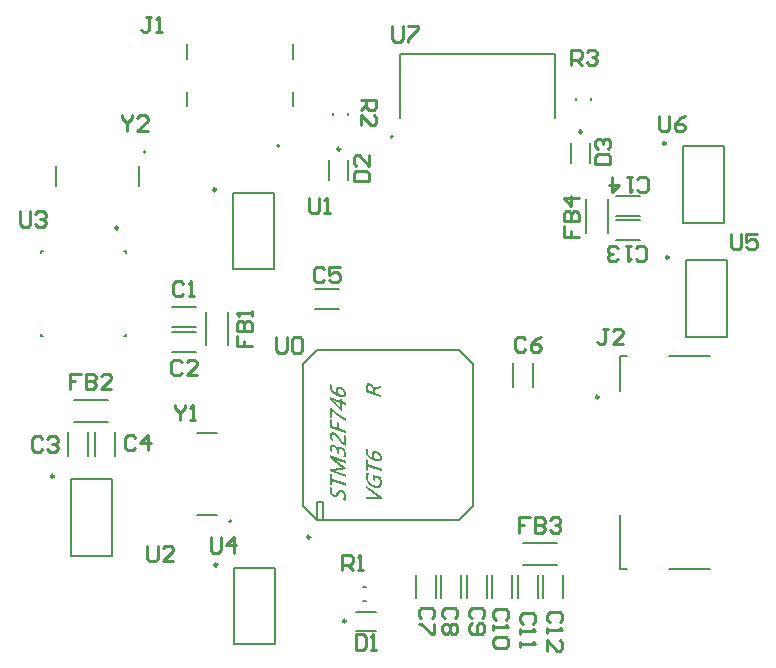
<source format=gbr>
%TF.GenerationSoftware,Altium Limited,Altium Designer,23.4.1 (23)*%
G04 Layer_Color=65535*
%FSLAX45Y45*%
%MOMM*%
%TF.SameCoordinates,1140DA37-B3DB-4B23-8321-DC1501029C55*%
%TF.FilePolarity,Positive*%
%TF.FileFunction,Legend,Top*%
%TF.Part,Single*%
G01*
G75*
%TA.AperFunction,NonConductor*%
%ADD38C,0.25400*%
%ADD47C,0.25000*%
%ADD48C,0.20000*%
%ADD49C,0.12700*%
G36*
X14337891Y4909480D02*
X14340204Y4909249D01*
X14342981Y4909017D01*
X14345988Y4908092D01*
X14349229Y4907166D01*
X14349460D01*
X14350386Y4906703D01*
X14351775Y4906241D01*
X14353394Y4905546D01*
X14355476Y4904621D01*
X14357559Y4903464D01*
X14362187Y4900687D01*
X14362418Y4900456D01*
X14363112Y4899993D01*
X14364268Y4899067D01*
X14365659Y4897910D01*
X14367278Y4896522D01*
X14369128Y4894902D01*
X14372832Y4890969D01*
X14373062Y4890737D01*
X14373524Y4890043D01*
X14374451Y4888886D01*
X14375607Y4887266D01*
X14376764Y4885647D01*
X14378152Y4883564D01*
X14380698Y4878705D01*
X14380930Y4878473D01*
X14381161Y4877548D01*
X14381854Y4876391D01*
X14382549Y4874771D01*
X14383244Y4872920D01*
X14383939Y4870837D01*
X14384462Y4869178D01*
X14384863Y4869680D01*
X14386252Y4871069D01*
X14386482Y4871300D01*
X14387408Y4872226D01*
X14389027Y4873151D01*
X14390880Y4874308D01*
X14391342Y4874540D01*
X14392499Y4875234D01*
X14394350Y4875928D01*
X14396664Y4876622D01*
X14396896D01*
X14397127Y4876854D01*
X14397821Y4877085D01*
X14398747Y4877316D01*
X14401060Y4878011D01*
X14404070Y4878936D01*
X14445490Y4889349D01*
Y4868061D01*
X14408466Y4858573D01*
X14408234D01*
X14407539Y4858342D01*
X14406847Y4858111D01*
X14405688Y4857879D01*
X14402911Y4856954D01*
X14400368Y4855797D01*
X14400134D01*
X14399672Y4855565D01*
X14398283Y4854871D01*
X14396664Y4853714D01*
X14394814Y4852326D01*
X14394350Y4851863D01*
X14393655Y4850937D01*
X14392731Y4849318D01*
X14391805Y4847467D01*
Y4847235D01*
X14391574Y4847004D01*
X14391112Y4845615D01*
X14390880Y4843533D01*
X14390648Y4840988D01*
Y4830575D01*
X14445490Y4812063D01*
Y4793089D01*
X14312900Y4838211D01*
Y4881481D01*
X14313132Y4883564D01*
X14313364Y4885878D01*
X14313824Y4888423D01*
X14315215Y4893745D01*
Y4893977D01*
X14315675Y4894902D01*
X14316139Y4896059D01*
X14316833Y4897679D01*
X14319147Y4901381D01*
X14320535Y4903001D01*
X14322156Y4904621D01*
X14322388Y4904852D01*
X14322850Y4905315D01*
X14324007Y4906009D01*
X14325163Y4906703D01*
X14326784Y4907629D01*
X14328867Y4908323D01*
X14330948Y4909017D01*
X14333495Y4909480D01*
X14333725D01*
X14334651D01*
X14336040Y4909712D01*
X14337891Y4909480D01*
D02*
G37*
G36*
X14334187Y4349380D02*
Y4349149D01*
X14333957Y4348917D01*
X14333495Y4347529D01*
X14332568Y4345446D01*
X14331644Y4342670D01*
X14330717Y4339430D01*
X14329791Y4335728D01*
X14329329Y4331794D01*
X14329099Y4327861D01*
Y4326472D01*
X14329329Y4324852D01*
X14329559Y4322770D01*
X14330023Y4320456D01*
X14330717Y4317911D01*
X14331644Y4314902D01*
X14332800Y4312126D01*
X14333031Y4311894D01*
X14333495Y4310737D01*
X14334419Y4309349D01*
X14335577Y4307498D01*
X14336964Y4305184D01*
X14338815Y4302639D01*
X14340900Y4300093D01*
X14343213Y4297317D01*
X14343443Y4297085D01*
X14344370Y4296160D01*
X14345758Y4294771D01*
X14347839Y4293151D01*
X14350154Y4291069D01*
X14352931Y4288986D01*
X14356171Y4286672D01*
X14359642Y4284358D01*
X14360104Y4284127D01*
X14361261Y4283433D01*
X14363344Y4282276D01*
X14365659Y4281119D01*
X14368666Y4279499D01*
X14372137Y4278111D01*
X14375581Y4276604D01*
X14374451Y4278111D01*
X14372832Y4279962D01*
X14371443Y4282276D01*
X14369823Y4284821D01*
X14368436Y4287367D01*
X14367046Y4290375D01*
X14365889Y4293614D01*
X14364732Y4297085D01*
X14364038Y4300556D01*
X14363576Y4304490D01*
X14363344Y4308423D01*
Y4309812D01*
X14363576Y4311432D01*
X14363808Y4313514D01*
X14364038Y4316059D01*
X14364732Y4318373D01*
X14365427Y4320919D01*
X14366583Y4323464D01*
X14366815Y4323695D01*
X14367046Y4324390D01*
X14367740Y4325547D01*
X14368666Y4326935D01*
X14370055Y4328555D01*
X14371443Y4330174D01*
X14373062Y4331563D01*
X14375145Y4332951D01*
X14375375Y4333183D01*
X14376071Y4333414D01*
X14377228Y4333877D01*
X14378847Y4334571D01*
X14380698Y4335265D01*
X14383012Y4335728D01*
X14385558Y4335959D01*
X14388335Y4336191D01*
X14388567D01*
X14389723D01*
X14391112D01*
X14393195Y4335959D01*
X14395740Y4335497D01*
X14398515Y4335034D01*
X14401524Y4334340D01*
X14404996Y4333183D01*
X14405458Y4332951D01*
X14406615Y4332488D01*
X14408466Y4331794D01*
X14410780Y4330869D01*
X14413556Y4329480D01*
X14416565Y4327861D01*
X14419572Y4326009D01*
X14422812Y4323927D01*
X14423276Y4323695D01*
X14424200Y4323001D01*
X14425589Y4321613D01*
X14427670Y4319993D01*
X14429755Y4318142D01*
X14432298Y4315828D01*
X14434845Y4313051D01*
X14437160Y4310275D01*
X14437390Y4310043D01*
X14438084Y4308886D01*
X14439241Y4307498D01*
X14440630Y4305415D01*
X14442018Y4302870D01*
X14443639Y4300093D01*
X14445026Y4296854D01*
X14446414Y4293614D01*
X14446646Y4293151D01*
X14446877Y4291994D01*
X14447340Y4290375D01*
X14448035Y4288061D01*
X14448727Y4285284D01*
X14449191Y4282045D01*
X14449422Y4278805D01*
X14449654Y4275334D01*
Y4273714D01*
X14449422Y4271863D01*
X14449191Y4269318D01*
X14448727Y4266773D01*
X14447803Y4263996D01*
X14446877Y4260988D01*
X14445490Y4258442D01*
X14445258Y4258211D01*
X14444795Y4257285D01*
X14443639Y4256128D01*
X14442480Y4254740D01*
X14440630Y4253352D01*
X14438547Y4251732D01*
X14436234Y4250344D01*
X14433456Y4248955D01*
X14432993D01*
X14432068Y4248492D01*
X14430217Y4248030D01*
X14427904Y4247798D01*
X14425127Y4247335D01*
X14421887Y4247104D01*
X14418184Y4246873D01*
X14414252Y4247104D01*
X14414018D01*
X14413788D01*
X14413094Y4247335D01*
X14412399D01*
X14410085Y4247567D01*
X14406847Y4248261D01*
X14403143Y4248955D01*
X14398979Y4249881D01*
X14394119Y4251269D01*
X14389029Y4252889D01*
X14388797D01*
X14388335Y4253120D01*
X14387408Y4253583D01*
X14386252Y4254046D01*
X14384631Y4254509D01*
X14383012Y4255203D01*
X14378847Y4256823D01*
X14373988Y4258905D01*
X14368896Y4261450D01*
X14363576Y4264227D01*
X14358253Y4267235D01*
X14358022D01*
X14357559Y4267698D01*
X14356865Y4268161D01*
X14355939Y4268855D01*
X14353163Y4270475D01*
X14349924Y4272789D01*
X14346220Y4275565D01*
X14342056Y4278805D01*
X14338123Y4282507D01*
X14334187Y4286210D01*
X14333957Y4286441D01*
X14333725Y4286672D01*
X14332568Y4288061D01*
X14330717Y4290143D01*
X14328403Y4292920D01*
X14325858Y4296391D01*
X14323312Y4300093D01*
X14320767Y4304258D01*
X14318452Y4308655D01*
Y4308886D01*
X14318222Y4309118D01*
X14317992Y4309812D01*
X14317528Y4310737D01*
X14316602Y4313051D01*
X14315677Y4316291D01*
X14314751Y4319993D01*
X14313826Y4324158D01*
X14313132Y4328555D01*
X14312900Y4333183D01*
Y4335497D01*
X14313132Y4338042D01*
X14313364Y4341050D01*
X14314056Y4344521D01*
X14314751Y4348223D01*
X14315907Y4351926D01*
X14317528Y4355165D01*
X14334187Y4349380D01*
D02*
G37*
G36*
X14332336Y4260293D02*
Y4223270D01*
X14447571Y4184165D01*
Y4165191D01*
X14332336Y4204296D01*
Y4167273D01*
X14314983Y4173289D01*
Y4266310D01*
X14332336Y4260293D01*
D02*
G37*
G36*
X14340204Y4146216D02*
X14339973Y4145985D01*
X14339742Y4145522D01*
X14339279Y4144828D01*
X14338585Y4143671D01*
X14337891Y4142051D01*
X14336964Y4140431D01*
X14336040Y4138349D01*
X14335114Y4136266D01*
X14334187Y4133721D01*
X14333495Y4130944D01*
X14331874Y4124928D01*
X14330717Y4117986D01*
X14330255Y4114515D01*
Y4108499D01*
X14330486Y4107111D01*
X14330717Y4105260D01*
X14330949Y4103177D01*
X14331412Y4100632D01*
X14332106Y4098086D01*
X14333725Y4092070D01*
X14334882Y4088831D01*
X14336272Y4085591D01*
X14337891Y4082120D01*
X14339973Y4078649D01*
X14342056Y4075178D01*
X14344601Y4071707D01*
X14344832Y4071476D01*
X14345296Y4071013D01*
X14345988Y4070088D01*
X14347147Y4068699D01*
X14348535Y4067311D01*
X14350386Y4065691D01*
X14352467Y4063609D01*
X14354552Y4061757D01*
X14357327Y4059675D01*
X14360104Y4057361D01*
X14363112Y4055278D01*
X14366351Y4053196D01*
X14370055Y4051113D01*
X14373756Y4049262D01*
X14377922Y4047411D01*
X14382088Y4045791D01*
X14382318D01*
X14383012Y4045560D01*
X14384401Y4045097D01*
X14386021Y4044634D01*
X14387872Y4044171D01*
X14390186Y4043709D01*
X14392731Y4043246D01*
X14395508Y4042783D01*
X14401524Y4042089D01*
X14407539D01*
X14410780Y4042552D01*
X14413556Y4043246D01*
X14416565Y4044171D01*
X14419110Y4045328D01*
X14419341D01*
X14419572Y4045791D01*
X14420267Y4046254D01*
X14421191Y4046948D01*
X14423276Y4049031D01*
X14424432Y4050188D01*
X14425589Y4051807D01*
X14426978Y4053659D01*
X14428134Y4055741D01*
X14429291Y4058287D01*
X14430217Y4060832D01*
X14431142Y4063840D01*
X14431837Y4067079D01*
X14432068Y4070550D01*
X14432298Y4074253D01*
Y4076798D01*
X14432068Y4077955D01*
Y4079575D01*
X14431606Y4083046D01*
X14431142Y4086979D01*
X14430217Y4091376D01*
X14428828Y4096004D01*
X14427209Y4100400D01*
X14393887Y4111507D01*
Y4083277D01*
X14376534Y4089293D01*
Y4136498D01*
X14437852Y4115672D01*
X14438084Y4115441D01*
X14438316Y4114515D01*
X14439011Y4113127D01*
X14439703Y4111507D01*
X14440630Y4109193D01*
X14441554Y4106416D01*
X14442712Y4103408D01*
X14443639Y4100169D01*
X14444795Y4096467D01*
X14445952Y4092764D01*
X14447803Y4084434D01*
X14449191Y4075410D01*
X14449422Y4071013D01*
X14449654Y4066385D01*
Y4065228D01*
X14449422Y4063609D01*
Y4061757D01*
X14449191Y4059443D01*
X14448727Y4056898D01*
X14448035Y4053890D01*
X14447340Y4050882D01*
X14446414Y4047642D01*
X14445258Y4044403D01*
X14443639Y4040932D01*
X14442018Y4037692D01*
X14439935Y4034684D01*
X14437390Y4031676D01*
X14434613Y4029131D01*
X14431374Y4026817D01*
X14431142Y4026586D01*
X14430447Y4026354D01*
X14429523Y4025891D01*
X14428134Y4025197D01*
X14426283Y4024503D01*
X14423969Y4023809D01*
X14421423Y4023115D01*
X14418416Y4022420D01*
X14415176Y4021958D01*
X14411475Y4021726D01*
X14407539Y4021495D01*
X14403143Y4021726D01*
X14398747Y4022189D01*
X14393657Y4022883D01*
X14388567Y4024272D01*
X14383012Y4025891D01*
X14382550Y4026123D01*
X14381624Y4026354D01*
X14380003Y4027048D01*
X14377922Y4027974D01*
X14375375Y4029131D01*
X14372368Y4030519D01*
X14368896Y4032370D01*
X14365195Y4034453D01*
X14361493Y4036767D01*
X14357327Y4039312D01*
X14353163Y4042320D01*
X14348997Y4045791D01*
X14344832Y4049262D01*
X14340668Y4053427D01*
X14336502Y4057824D01*
X14332800Y4062452D01*
X14332568Y4062683D01*
X14331874Y4063609D01*
X14330949Y4064997D01*
X14329791Y4067079D01*
X14328172Y4069393D01*
X14326552Y4072402D01*
X14324701Y4075641D01*
X14322850Y4079343D01*
X14320999Y4083277D01*
X14319148Y4087674D01*
X14317528Y4092070D01*
X14315907Y4096929D01*
X14314751Y4102020D01*
X14313826Y4107342D01*
X14313132Y4112664D01*
X14312900Y4118218D01*
Y4121688D01*
X14313132Y4123540D01*
X14313364Y4125622D01*
X14313594Y4128168D01*
X14313826Y4130713D01*
X14314751Y4136266D01*
X14316141Y4142051D01*
X14317992Y4147605D01*
X14320535Y4152927D01*
X14340204Y4146216D01*
D02*
G37*
G36*
X14447571Y3946755D02*
Y3927318D01*
X14314983Y3925235D01*
Y3945366D01*
X14418646Y3946292D01*
X14418878D01*
X14419572D01*
X14420499D01*
X14421825Y3946071D01*
X14420731Y3946755D01*
X14418416Y3948374D01*
X14314983Y4020569D01*
Y4040238D01*
X14447571Y3946755D01*
D02*
G37*
G36*
X14029388Y4893522D02*
Y4893290D01*
X14029156Y4893059D01*
X14028694Y4891670D01*
X14027768Y4889588D01*
X14026843Y4886811D01*
X14025917Y4883572D01*
X14024992Y4879869D01*
X14024529Y4875936D01*
X14024298Y4872002D01*
Y4870614D01*
X14024529Y4868994D01*
X14024760Y4866911D01*
X14025223Y4864597D01*
X14025917Y4862052D01*
X14026843Y4859044D01*
X14028000Y4856267D01*
X14028230Y4856036D01*
X14028694Y4854879D01*
X14029620Y4853490D01*
X14030777Y4851639D01*
X14032166Y4849325D01*
X14034016Y4846780D01*
X14036099Y4844235D01*
X14038412Y4841458D01*
X14038644Y4841227D01*
X14039571Y4840301D01*
X14040958Y4838913D01*
X14043040Y4837293D01*
X14045354Y4835210D01*
X14048131Y4833128D01*
X14051370Y4830814D01*
X14054842Y4828500D01*
X14055304Y4828268D01*
X14056461Y4827574D01*
X14058543Y4826417D01*
X14060858Y4825260D01*
X14063866Y4823641D01*
X14067337Y4822252D01*
X14070781Y4820746D01*
X14069650Y4822252D01*
X14068031Y4824103D01*
X14066643Y4826417D01*
X14065022Y4828963D01*
X14063635Y4831508D01*
X14062247Y4834516D01*
X14061089Y4837756D01*
X14059932Y4841227D01*
X14059238Y4844697D01*
X14058775Y4848631D01*
X14058543Y4852565D01*
Y4853953D01*
X14058775Y4855573D01*
X14059007Y4857656D01*
X14059238Y4860201D01*
X14059932Y4862515D01*
X14060626Y4865060D01*
X14061783Y4867605D01*
X14062015Y4867837D01*
X14062247Y4868531D01*
X14062939Y4869688D01*
X14063866Y4871076D01*
X14065254Y4872696D01*
X14066643Y4874316D01*
X14068262Y4875704D01*
X14070345Y4877093D01*
X14070576Y4877324D01*
X14071271Y4877555D01*
X14072427Y4878018D01*
X14074046Y4878712D01*
X14075899Y4879407D01*
X14078212Y4879869D01*
X14080759Y4880101D01*
X14083534Y4880332D01*
X14083766D01*
X14084923D01*
X14086311D01*
X14088394Y4880101D01*
X14090939Y4879638D01*
X14093716Y4879175D01*
X14096724Y4878481D01*
X14100195Y4877324D01*
X14100658Y4877093D01*
X14101814Y4876630D01*
X14103667Y4875936D01*
X14105980Y4875010D01*
X14108755Y4873622D01*
X14111765Y4872002D01*
X14114774Y4870151D01*
X14118011Y4868068D01*
X14118475Y4867837D01*
X14119402Y4867143D01*
X14120789Y4865754D01*
X14122871Y4864135D01*
X14124954Y4862283D01*
X14127499Y4859969D01*
X14130045Y4857193D01*
X14132359Y4854416D01*
X14132590Y4854185D01*
X14133284Y4853028D01*
X14134441Y4851639D01*
X14135829Y4849557D01*
X14137218Y4847011D01*
X14138838Y4844235D01*
X14140227Y4840995D01*
X14141614Y4837756D01*
X14141846Y4837293D01*
X14142078Y4836136D01*
X14142540Y4834516D01*
X14143234Y4832202D01*
X14143929Y4829425D01*
X14144391Y4826186D01*
X14144621Y4822946D01*
X14144855Y4819476D01*
Y4817856D01*
X14144621Y4816005D01*
X14144391Y4813459D01*
X14143929Y4810914D01*
X14143002Y4808137D01*
X14142078Y4805129D01*
X14140689Y4802584D01*
X14140457Y4802352D01*
X14139995Y4801427D01*
X14138838Y4800270D01*
X14137682Y4798881D01*
X14135829Y4797493D01*
X14133746Y4795873D01*
X14131433Y4794485D01*
X14128656Y4793097D01*
X14128194D01*
X14127267Y4792634D01*
X14125417Y4792171D01*
X14123103Y4791940D01*
X14120326Y4791477D01*
X14117087Y4791245D01*
X14113383Y4791014D01*
X14109451Y4791245D01*
X14109219D01*
X14108987D01*
X14108295Y4791477D01*
X14107599D01*
X14105286Y4791708D01*
X14102046Y4792402D01*
X14098344Y4793097D01*
X14094179Y4794022D01*
X14089319Y4795411D01*
X14084229Y4797030D01*
X14083997D01*
X14083534Y4797262D01*
X14082610Y4797724D01*
X14081451Y4798187D01*
X14079832Y4798650D01*
X14078212Y4799344D01*
X14074046Y4800964D01*
X14069188Y4803047D01*
X14064098Y4805592D01*
X14058775Y4808369D01*
X14053453Y4811377D01*
X14053223D01*
X14052759Y4811839D01*
X14052065Y4812302D01*
X14051138Y4812996D01*
X14048363Y4814616D01*
X14045123Y4816930D01*
X14041422Y4819707D01*
X14037256Y4822946D01*
X14033322Y4826649D01*
X14029388Y4830351D01*
X14029156Y4830582D01*
X14028925Y4830814D01*
X14027768Y4832202D01*
X14025917Y4834285D01*
X14023602Y4837061D01*
X14021059Y4840532D01*
X14018513Y4844235D01*
X14015967Y4848400D01*
X14013654Y4852796D01*
Y4853028D01*
X14013422Y4853259D01*
X14013191Y4853953D01*
X14012727Y4854879D01*
X14011803Y4857193D01*
X14010876Y4860432D01*
X14009950Y4864135D01*
X14009026Y4868300D01*
X14008331Y4872696D01*
X14008099Y4877324D01*
Y4879638D01*
X14008331Y4882183D01*
X14008563Y4885191D01*
X14009258Y4888662D01*
X14009950Y4892365D01*
X14011108Y4896067D01*
X14012727Y4899306D01*
X14029388Y4893522D01*
D02*
G37*
G36*
X14095335Y4762090D02*
Y4778750D01*
X14112459Y4772965D01*
Y4756305D01*
X14142770Y4746124D01*
Y4727381D01*
X14112459Y4737562D01*
Y4676937D01*
X14097418Y4682259D01*
X14097186Y4682490D01*
X14096954Y4682722D01*
X14096494Y4683416D01*
X14095798Y4684341D01*
X14093716Y4686655D01*
X14091170Y4689895D01*
X14087930Y4693597D01*
X14084460Y4697531D01*
X14080527Y4701927D01*
X14076593Y4706555D01*
X14076361Y4706787D01*
X14076131Y4707018D01*
X14075436Y4707712D01*
X14074741Y4708638D01*
X14072659Y4711183D01*
X14069650Y4714191D01*
X14066411Y4717894D01*
X14062709Y4722059D01*
X14058775Y4726224D01*
X14054610Y4730620D01*
X14054379Y4730852D01*
X14054147Y4731083D01*
X14053453Y4731777D01*
X14052759Y4732703D01*
X14050446Y4734785D01*
X14047668Y4737793D01*
X14044429Y4741033D01*
X14040727Y4744735D01*
X14036794Y4748669D01*
X14032628Y4752603D01*
X14032396Y4752834D01*
X14032166Y4753065D01*
X14030777Y4754454D01*
X14028464Y4756305D01*
X14025687Y4758850D01*
X14022215Y4761858D01*
X14018513Y4765098D01*
X14014348Y4768569D01*
X14010184Y4771808D01*
Y4791245D01*
X14095335Y4762090D01*
D02*
G37*
G36*
X14021289Y4700076D02*
X14021521Y4699845D01*
X14022215Y4699151D01*
X14023372Y4698225D01*
X14024992Y4696605D01*
X14026843Y4694986D01*
X14029156Y4692903D01*
X14031702Y4690820D01*
X14034479Y4688275D01*
X14034711Y4688044D01*
X14035867Y4687118D01*
X14037256Y4685730D01*
X14039339Y4683879D01*
X14041884Y4681796D01*
X14044659Y4679251D01*
X14047900Y4676474D01*
X14051370Y4673466D01*
X14051833Y4673003D01*
X14052991Y4672078D01*
X14054842Y4670458D01*
X14057387Y4668375D01*
X14060626Y4666061D01*
X14064098Y4663285D01*
X14067799Y4660276D01*
X14071965Y4657037D01*
X14072195D01*
X14072427Y4656574D01*
X14073816Y4655649D01*
X14076131Y4653797D01*
X14078906Y4651715D01*
X14082378Y4649170D01*
X14086079Y4646393D01*
X14090245Y4643385D01*
X14094641Y4640145D01*
X14094873D01*
X14095103Y4639682D01*
X14095798Y4639451D01*
X14096724Y4638757D01*
X14098807Y4637137D01*
X14101814Y4635286D01*
X14105518Y4632972D01*
X14109451Y4630195D01*
X14113615Y4627650D01*
X14118011Y4624873D01*
X14118243D01*
X14118475Y4624642D01*
X14119170Y4624179D01*
X14120094Y4623716D01*
X14122409Y4622328D01*
X14125417Y4620477D01*
X14129350Y4618394D01*
X14133516Y4616080D01*
X14137912Y4613766D01*
X14142770Y4611452D01*
Y4592247D01*
X14142540D01*
X14142078Y4592478D01*
X14141383Y4592941D01*
X14140457Y4593404D01*
X14137912Y4594561D01*
X14134441Y4596412D01*
X14130507Y4598263D01*
X14126111Y4600577D01*
X14117087Y4605899D01*
X14116855D01*
X14116624Y4606130D01*
X14115930Y4606593D01*
X14115004Y4607287D01*
X14112691Y4608676D01*
X14109682Y4610758D01*
X14105980Y4613072D01*
X14102046Y4615617D01*
X14097649Y4618626D01*
X14093253Y4621634D01*
X14093022D01*
X14092790Y4622096D01*
X14092096Y4622559D01*
X14091170Y4623022D01*
X14088857Y4624873D01*
X14086079Y4626956D01*
X14082610Y4629501D01*
X14078906Y4632278D01*
X14071039Y4638525D01*
X14070808D01*
X14070576Y4638988D01*
X14069188Y4639914D01*
X14067105Y4641534D01*
X14064560Y4643616D01*
X14061552Y4646161D01*
X14058311Y4648707D01*
X14051370Y4654492D01*
X14050908Y4654954D01*
X14049751Y4655880D01*
X14048131Y4657268D01*
X14046049Y4659119D01*
X14043503Y4661202D01*
X14040727Y4663516D01*
X14035403Y4668144D01*
X14035173Y4668375D01*
X14034248Y4669069D01*
X14033092Y4670226D01*
X14031702Y4671615D01*
X14030315Y4673003D01*
X14029156Y4674391D01*
X14028000Y4675780D01*
X14027306Y4676705D01*
Y4611915D01*
X14010184Y4617931D01*
Y4704010D01*
X14021289Y4700076D01*
D02*
G37*
G36*
X14027538Y4597569D02*
Y4547125D01*
X14068494Y4533241D01*
Y4579983D01*
X14085847Y4573966D01*
Y4527225D01*
X14142770Y4508019D01*
Y4489045D01*
X14010184Y4534167D01*
Y4603585D01*
X14027538Y4597569D01*
D02*
G37*
G36*
X14036099Y4494367D02*
X14038644Y4493904D01*
X14041652Y4493210D01*
X14044659Y4492284D01*
X14044891D01*
X14046049Y4491822D01*
X14047437Y4491359D01*
X14049287Y4490433D01*
X14051602Y4489508D01*
X14053915Y4488351D01*
X14059007Y4485574D01*
X14059238Y4485343D01*
X14060164Y4484880D01*
X14061320Y4483954D01*
X14062939Y4482797D01*
X14064792Y4481409D01*
X14066643Y4479789D01*
X14071039Y4475855D01*
X14071271Y4475624D01*
X14071965Y4474930D01*
X14073122Y4473773D01*
X14074510Y4472153D01*
X14076361Y4470302D01*
X14078212Y4467988D01*
X14080064Y4465674D01*
X14082146Y4462897D01*
X14082378Y4462666D01*
X14083072Y4461509D01*
X14083997Y4460121D01*
X14085387Y4458038D01*
X14086774Y4455724D01*
X14088625Y4452947D01*
X14090475Y4449708D01*
X14092326Y4446468D01*
Y4446237D01*
X14092558Y4446006D01*
X14093253Y4444617D01*
X14094641Y4442535D01*
X14096030Y4439989D01*
X14097649Y4436981D01*
X14099501Y4433973D01*
X14101352Y4430965D01*
X14103203Y4427957D01*
X14103435Y4427725D01*
X14103897Y4426800D01*
X14104823Y4425412D01*
X14105980Y4423792D01*
X14108525Y4419858D01*
X14110146Y4417776D01*
X14111533Y4415924D01*
X14111765Y4415693D01*
X14112227Y4415230D01*
X14112921Y4414305D01*
X14113847Y4413379D01*
X14116161Y4411065D01*
X14118938Y4408751D01*
X14119170D01*
X14119632Y4408288D01*
X14120326Y4407826D01*
X14121252Y4407363D01*
X14123334Y4406206D01*
X14125648Y4405280D01*
Y4469608D01*
X14142770Y4463823D01*
Y4380290D01*
X14134673Y4383066D01*
X14134210Y4383298D01*
X14133284Y4383529D01*
X14131664Y4384223D01*
X14129582Y4384918D01*
X14127267Y4386075D01*
X14124722Y4387232D01*
X14119632Y4390008D01*
X14119402Y4390240D01*
X14118475Y4390702D01*
X14117087Y4391628D01*
X14115466Y4392785D01*
X14113615Y4394405D01*
X14111533Y4396256D01*
X14109219Y4398107D01*
X14107137Y4400421D01*
X14106905Y4400652D01*
X14106210Y4401578D01*
X14104823Y4402966D01*
X14103435Y4404586D01*
X14101582Y4406900D01*
X14099731Y4409445D01*
X14097649Y4412222D01*
X14095567Y4415462D01*
X14095335Y4415924D01*
X14094641Y4417081D01*
X14093253Y4418932D01*
X14091634Y4421709D01*
X14089783Y4424949D01*
X14087468Y4428882D01*
X14084923Y4433510D01*
X14082146Y4438601D01*
X14081915Y4438832D01*
X14081451Y4439758D01*
X14080527Y4441146D01*
X14079369Y4442766D01*
X14077982Y4444617D01*
X14076361Y4446700D01*
X14073122Y4451328D01*
X14072890Y4451559D01*
X14072427Y4452253D01*
X14071503Y4453410D01*
X14070345Y4454799D01*
X14067567Y4458269D01*
X14064330Y4461509D01*
X14064098Y4461740D01*
X14063635Y4462203D01*
X14062709Y4463129D01*
X14061552Y4464054D01*
X14058775Y4466368D01*
X14055536Y4468451D01*
X14055304Y4468682D01*
X14054842Y4468914D01*
X14053915Y4469376D01*
X14052759Y4470071D01*
X14051138Y4470765D01*
X14049519Y4471459D01*
X14045818Y4472847D01*
X14045586D01*
X14044891Y4473079D01*
X14043967Y4473310D01*
X14042578Y4473773D01*
X14039571Y4474236D01*
X14036562D01*
X14036330D01*
X14035867D01*
X14035173Y4474004D01*
X14034248Y4473773D01*
X14031934Y4473079D01*
X14029851Y4471922D01*
X14029620D01*
X14029388Y4471690D01*
X14028230Y4470533D01*
X14026843Y4468914D01*
X14025687Y4466368D01*
Y4466137D01*
X14025455Y4465674D01*
X14025223Y4464980D01*
X14024992Y4464054D01*
X14024529Y4461509D01*
X14024298Y4458269D01*
Y4456881D01*
X14024529Y4455724D01*
X14024760Y4453179D01*
X14025455Y4449939D01*
Y4449708D01*
X14025687Y4449245D01*
X14025917Y4448320D01*
X14026379Y4447394D01*
X14027306Y4444617D01*
X14028694Y4441378D01*
Y4441146D01*
X14028925Y4440684D01*
X14029388Y4439758D01*
X14029851Y4438601D01*
X14031471Y4435824D01*
X14033322Y4432353D01*
X14033553Y4432122D01*
X14033784Y4431659D01*
X14034479Y4430502D01*
X14035173Y4429114D01*
X14036099Y4427494D01*
X14037256Y4425412D01*
X14038644Y4422866D01*
X14040031Y4420089D01*
X14021751Y4426568D01*
X14021521Y4427031D01*
X14020595Y4428188D01*
X14019438Y4430039D01*
X14017819Y4432353D01*
X14016199Y4435130D01*
X14014578Y4438138D01*
X14012959Y4441378D01*
X14011571Y4444849D01*
X14011340Y4445311D01*
X14011108Y4446468D01*
X14010414Y4448320D01*
X14009720Y4450865D01*
X14009258Y4454104D01*
X14008563Y4457575D01*
X14008331Y4461509D01*
X14008099Y4465674D01*
Y4467062D01*
X14008331Y4468682D01*
Y4470533D01*
X14008794Y4472847D01*
X14009258Y4475161D01*
X14009720Y4477707D01*
X14010645Y4480021D01*
Y4480252D01*
X14011108Y4481177D01*
X14011571Y4482334D01*
X14012495Y4483723D01*
X14013422Y4485343D01*
X14014578Y4486962D01*
X14016199Y4488813D01*
X14017819Y4490202D01*
X14018050Y4490433D01*
X14018744Y4490896D01*
X14019670Y4491359D01*
X14021059Y4492053D01*
X14022678Y4492979D01*
X14024529Y4493673D01*
X14026843Y4494136D01*
X14029388Y4494598D01*
X14029620D01*
X14030545D01*
X14031934D01*
X14033784D01*
X14036099Y4494367D01*
D02*
G37*
G36*
X14035635Y4389777D02*
X14038181Y4389314D01*
X14040727Y4388620D01*
X14040958D01*
X14041884Y4388157D01*
X14043272Y4387694D01*
X14045123Y4386769D01*
X14047206Y4385612D01*
X14049519Y4384223D01*
X14052296Y4382604D01*
X14055074Y4380521D01*
X14057851Y4378207D01*
X14060858Y4375430D01*
X14063635Y4372422D01*
X14066411Y4368951D01*
X14068958Y4365249D01*
X14071271Y4361084D01*
X14073083Y4356553D01*
X14073122Y4356688D01*
X14073816Y4358307D01*
X14075436Y4362010D01*
Y4362241D01*
X14075899Y4362935D01*
X14076361Y4363861D01*
X14077287Y4365018D01*
X14079369Y4367563D01*
X14082146Y4369877D01*
X14082378Y4370108D01*
X14082840Y4370340D01*
X14083766Y4370803D01*
X14084923Y4371497D01*
X14086311Y4371960D01*
X14088162Y4372654D01*
X14090013Y4373116D01*
X14092096Y4373348D01*
X14092326D01*
X14093022D01*
X14094179D01*
X14095798D01*
X14097418Y4373116D01*
X14099501Y4372885D01*
X14101814Y4372191D01*
X14104359Y4371497D01*
X14104823Y4371265D01*
X14105980Y4371034D01*
X14107599Y4370340D01*
X14109914Y4369183D01*
X14112459Y4368026D01*
X14115234Y4366406D01*
X14118243Y4364555D01*
X14121021Y4362472D01*
X14121252Y4362241D01*
X14122177Y4361315D01*
X14123566Y4360158D01*
X14125417Y4358539D01*
X14127267Y4356456D01*
X14129582Y4353911D01*
X14131664Y4351365D01*
X14133746Y4348357D01*
X14133978Y4347895D01*
X14134673Y4346969D01*
X14135599Y4345349D01*
X14136755Y4343035D01*
X14138142Y4340490D01*
X14139532Y4337482D01*
X14140919Y4334011D01*
X14142078Y4330540D01*
Y4330077D01*
X14142540Y4328920D01*
X14143002Y4326838D01*
X14143465Y4324292D01*
X14143929Y4321284D01*
X14144391Y4318045D01*
X14144621Y4314342D01*
X14144855Y4310409D01*
Y4308558D01*
X14144621Y4307401D01*
Y4305781D01*
X14144391Y4303930D01*
X14143929Y4299765D01*
X14143002Y4295137D01*
X14141614Y4290509D01*
X14139763Y4285881D01*
X14137218Y4281947D01*
X14118475Y4288195D01*
Y4288426D01*
X14118938Y4288658D01*
X14119402Y4289352D01*
X14120094Y4290277D01*
X14120789Y4291434D01*
X14121713Y4292823D01*
X14123566Y4296294D01*
X14125417Y4300459D01*
X14127037Y4305318D01*
X14128194Y4310640D01*
X14128426Y4313417D01*
X14128656Y4316425D01*
Y4318739D01*
X14128426Y4320359D01*
Y4322210D01*
X14127962Y4324292D01*
X14127267Y4328457D01*
Y4328689D01*
X14127037Y4329383D01*
X14126575Y4330540D01*
X14126111Y4331928D01*
X14124722Y4335399D01*
X14122639Y4338870D01*
X14122409Y4339102D01*
X14122177Y4339564D01*
X14121483Y4340490D01*
X14120557Y4341647D01*
X14118243Y4344192D01*
X14115466Y4346738D01*
X14115234Y4346969D01*
X14114774Y4347432D01*
X14113847Y4347895D01*
X14112691Y4348820D01*
X14111070Y4349514D01*
X14109451Y4350440D01*
X14105748Y4352060D01*
X14105518D01*
X14104823Y4352291D01*
X14103667Y4352522D01*
X14102046Y4352754D01*
X14100426D01*
X14098344D01*
X14096262Y4352522D01*
X14093947Y4351828D01*
X14091866Y4350671D01*
X14089783Y4349051D01*
X14087700Y4346969D01*
X14086079Y4344424D01*
X14084460Y4340953D01*
X14083302Y4336788D01*
X14082610Y4331928D01*
X14082378Y4328920D01*
Y4313417D01*
X14066180Y4318970D01*
Y4332391D01*
X14065948Y4333779D01*
X14065717Y4335862D01*
X14065486Y4338176D01*
X14065022Y4340953D01*
X14064330Y4343729D01*
X14063403Y4346969D01*
X14062247Y4349977D01*
X14060858Y4353217D01*
X14059007Y4356456D01*
X14056924Y4359233D01*
X14054610Y4362010D01*
X14051602Y4364555D01*
X14048363Y4366637D01*
X14044429Y4368257D01*
X14044197D01*
X14043503Y4368489D01*
X14042578Y4368720D01*
X14041190Y4368951D01*
X14039801Y4369183D01*
X14037950D01*
X14036330D01*
X14034248Y4368951D01*
X14032396Y4368489D01*
X14030545Y4367563D01*
X14028925Y4366406D01*
X14027538Y4364555D01*
X14026149Y4362472D01*
X14025223Y4359927D01*
X14024529Y4356688D01*
X14024298Y4352754D01*
Y4351365D01*
X14024529Y4350440D01*
Y4349283D01*
X14024760Y4347663D01*
X14025455Y4344192D01*
X14026611Y4339564D01*
X14028230Y4334474D01*
X14030545Y4328689D01*
X14033553Y4322210D01*
X14016431Y4327995D01*
Y4328226D01*
X14015967Y4328689D01*
X14015736Y4329614D01*
X14015042Y4330771D01*
X14014578Y4332391D01*
X14013885Y4334242D01*
X14012959Y4336093D01*
X14012265Y4338407D01*
X14010645Y4343498D01*
X14009488Y4349283D01*
X14008563Y4355531D01*
X14008099Y4362010D01*
Y4363398D01*
X14008331Y4365018D01*
Y4366869D01*
X14008794Y4369183D01*
X14009258Y4371497D01*
X14009720Y4374042D01*
X14010645Y4376356D01*
Y4376587D01*
X14011108Y4377282D01*
X14011571Y4378439D01*
X14012265Y4379827D01*
X14014348Y4383066D01*
X14015736Y4384686D01*
X14017355Y4386075D01*
X14017587Y4386306D01*
X14018050Y4386537D01*
X14018976Y4387232D01*
X14020132Y4387926D01*
X14021751Y4388620D01*
X14023372Y4389314D01*
X14025455Y4389777D01*
X14027538Y4390240D01*
X14027768D01*
X14028694D01*
X14029851D01*
X14031471D01*
X14033322D01*
X14035635Y4389777D01*
D02*
G37*
G36*
X14142770Y4252560D02*
Y4233586D01*
X14054610Y4263436D01*
X14054379D01*
X14054147Y4263667D01*
X14052759Y4264130D01*
X14050676Y4264824D01*
X14047668Y4265981D01*
X14044429Y4267369D01*
X14042445Y4268141D01*
X14043735Y4267138D01*
X14142770Y4189852D01*
Y4179902D01*
X14044278Y4169341D01*
X14046280Y4168796D01*
X14048825Y4167870D01*
X14051602Y4166944D01*
X14054842Y4165787D01*
X14142770Y4135938D01*
Y4116963D01*
X14010184Y4162085D01*
Y4185687D01*
X14101352Y4194712D01*
X14101814D01*
X14102972Y4194943D01*
X14104823D01*
X14107137Y4195174D01*
X14111765Y4195406D01*
X14112459D01*
X14110376Y4196794D01*
X14107831Y4198645D01*
X14105518Y4200265D01*
X14102972Y4202116D01*
X14100890Y4203736D01*
X14010184Y4275468D01*
Y4297682D01*
X14142770Y4252560D01*
D02*
G37*
G36*
X14027538Y4137326D02*
Y4100303D01*
X14142770Y4061197D01*
Y4042223D01*
X14027538Y4081329D01*
Y4044306D01*
X14010184Y4050322D01*
Y4143342D01*
X14027538Y4137326D01*
D02*
G37*
G36*
X14033322Y4026257D02*
Y4026025D01*
X14033092Y4025794D01*
X14032628Y4025100D01*
X14032166Y4024174D01*
X14031471Y4023017D01*
X14030777Y4021629D01*
X14029388Y4018389D01*
X14028000Y4014224D01*
X14026611Y4009365D01*
X14025687Y4003812D01*
X14025455Y3997564D01*
Y3995713D01*
X14025687Y3994556D01*
Y3992936D01*
X14025917Y3991316D01*
X14026611Y3987614D01*
Y3987383D01*
X14026843Y3986688D01*
X14027074Y3985763D01*
X14027306Y3984606D01*
X14028230Y3981829D01*
X14029620Y3978590D01*
Y3978358D01*
X14030083Y3977896D01*
X14030545Y3977201D01*
X14031007Y3976044D01*
X14032858Y3973730D01*
X14035173Y3970954D01*
X14035403Y3970722D01*
X14035635Y3970491D01*
X14036330Y3969797D01*
X14037256Y3969103D01*
X14039801Y3967483D01*
X14043040Y3966094D01*
X14043272D01*
X14043735Y3965863D01*
X14044659Y3965632D01*
X14045818Y3965400D01*
X14048363Y3965169D01*
X14050908D01*
X14051138D01*
X14051370Y3965400D01*
X14052759Y3965632D01*
X14054842Y3966557D01*
X14056924Y3967946D01*
X14057156Y3968177D01*
X14057387Y3968408D01*
X14058543Y3969797D01*
X14060394Y3971879D01*
X14062479Y3974656D01*
X14062709Y3974887D01*
X14062939Y3975350D01*
X14063635Y3976276D01*
X14064330Y3977433D01*
X14065254Y3978821D01*
X14066180Y3980441D01*
X14068494Y3984375D01*
X14068726Y3984606D01*
X14068958Y3985300D01*
X14069650Y3986457D01*
X14070576Y3987845D01*
X14072890Y3991316D01*
X14075667Y3995019D01*
X14075899Y3995250D01*
X14076361Y3995944D01*
X14077055Y3996870D01*
X14078212Y3998027D01*
X14080989Y4000804D01*
X14084460Y4003349D01*
X14084691Y4003580D01*
X14085155Y4003812D01*
X14086311Y4004506D01*
X14087468Y4005200D01*
X14089088Y4005894D01*
X14090939Y4006588D01*
X14093022Y4007051D01*
X14095103Y4007514D01*
X14095335D01*
X14096030D01*
X14097418Y4007745D01*
X14099039D01*
X14100890Y4007514D01*
X14103203Y4007283D01*
X14105748Y4006588D01*
X14108525Y4005894D01*
X14108987Y4005663D01*
X14110146Y4005200D01*
X14111996Y4004506D01*
X14114310Y4003580D01*
X14117087Y4002192D01*
X14119862Y4000341D01*
X14122639Y3998490D01*
X14125417Y3996176D01*
X14125648Y3995944D01*
X14126575Y3995019D01*
X14127731Y3993862D01*
X14129350Y3992011D01*
X14131203Y3989928D01*
X14133054Y3987383D01*
X14134904Y3984606D01*
X14136755Y3981598D01*
X14136986Y3981135D01*
X14137450Y3980209D01*
X14138142Y3978590D01*
X14139069Y3976507D01*
X14140227Y3973730D01*
X14141151Y3970954D01*
X14142310Y3967714D01*
X14143002Y3964243D01*
Y3963780D01*
X14143234Y3962624D01*
X14143465Y3960772D01*
X14143929Y3958458D01*
X14144160Y3955682D01*
X14144621Y3952442D01*
X14144855Y3945732D01*
Y3943418D01*
X14144621Y3940872D01*
X14144160Y3937864D01*
Y3937170D01*
X14143929Y3936245D01*
X14143697Y3935319D01*
X14143465Y3932311D01*
X14142770Y3929071D01*
Y3928840D01*
X14142540Y3928377D01*
Y3927452D01*
X14142310Y3926295D01*
X14141614Y3923749D01*
X14140689Y3920741D01*
Y3920510D01*
X14140457Y3920047D01*
X14139995Y3919353D01*
X14139532Y3918659D01*
X14138374Y3916576D01*
X14136755Y3914494D01*
X14115930Y3921435D01*
X14116161Y3921667D01*
X14116393Y3922361D01*
X14117087Y3923287D01*
X14117781Y3924444D01*
X14119632Y3927220D01*
X14121252Y3929766D01*
Y3929997D01*
X14121483Y3930460D01*
X14121947Y3931154D01*
X14122409Y3932080D01*
X14123566Y3934393D01*
X14124722Y3937170D01*
Y3937402D01*
X14124954Y3937864D01*
X14125185Y3938790D01*
X14125417Y3939716D01*
X14126111Y3942492D01*
X14126805Y3945732D01*
Y3946426D01*
X14127037Y3947352D01*
Y3948508D01*
X14127267Y3951054D01*
X14127499Y3953831D01*
Y3956144D01*
X14127267Y3958458D01*
X14126805Y3961467D01*
X14126341Y3964937D01*
X14125648Y3968408D01*
X14124490Y3971879D01*
X14122871Y3975119D01*
X14122639Y3975582D01*
X14121947Y3976507D01*
X14121021Y3977664D01*
X14119402Y3979515D01*
X14117549Y3981135D01*
X14115234Y3982986D01*
X14112459Y3984606D01*
X14109451Y3985994D01*
X14109219D01*
X14108755Y3986226D01*
X14107831Y3986457D01*
X14106674Y3986688D01*
X14104129D01*
X14101352Y3986457D01*
X14101120D01*
X14100658Y3986226D01*
X14100195Y3985994D01*
X14099269Y3985763D01*
X14097186Y3984606D01*
X14094873Y3982755D01*
X14094641Y3982523D01*
X14094411Y3982292D01*
X14093022Y3980904D01*
X14091170Y3978590D01*
X14089088Y3975813D01*
X14088857Y3975582D01*
X14088625Y3975119D01*
X14087930Y3974193D01*
X14087238Y3973036D01*
X14086311Y3971648D01*
X14085387Y3970028D01*
X14083997Y3967946D01*
X14082840Y3965863D01*
X14082610Y3965632D01*
X14082378Y3964937D01*
X14081683Y3964012D01*
X14080759Y3962624D01*
X14078444Y3959384D01*
X14075899Y3955682D01*
X14075667Y3955450D01*
X14075204Y3954988D01*
X14074510Y3954062D01*
X14073586Y3952905D01*
X14070808Y3950360D01*
X14067799Y3947814D01*
X14067567Y3947583D01*
X14067105Y3947352D01*
X14066180Y3946889D01*
X14064792Y3946195D01*
X14063403Y3945500D01*
X14061783Y3945038D01*
X14057851Y3944112D01*
X14057619D01*
X14056924D01*
X14055536D01*
X14053915D01*
X14052065Y3944343D01*
X14049751Y3944575D01*
X14047206Y3945269D01*
X14044429Y3945963D01*
X14043967Y3946195D01*
X14042809Y3946657D01*
X14041190Y3947352D01*
X14038875Y3948508D01*
X14036330Y3949665D01*
X14033784Y3951517D01*
X14031007Y3953368D01*
X14028230Y3955682D01*
X14028000Y3955913D01*
X14027074Y3956839D01*
X14025687Y3958227D01*
X14024298Y3959847D01*
X14022446Y3961929D01*
X14020595Y3964475D01*
X14018744Y3967251D01*
X14016893Y3970028D01*
X14016663Y3970491D01*
X14016199Y3971416D01*
X14015273Y3973036D01*
X14014348Y3975119D01*
X14013422Y3977664D01*
X14012265Y3980672D01*
X14011340Y3983912D01*
X14010414Y3987151D01*
Y3987614D01*
X14009950Y3988771D01*
X14009720Y3990622D01*
X14009258Y3992936D01*
X14008794Y3995481D01*
X14008563Y3998490D01*
X14008099Y4004969D01*
Y4008208D01*
X14008331Y4009828D01*
Y4011679D01*
X14008794Y4015844D01*
X14009488Y4020241D01*
X14010414Y4025100D01*
X14011803Y4029265D01*
X14012727Y4031348D01*
X14013654Y4032967D01*
X14033322Y4026257D01*
D02*
G37*
%LPC*%
G36*
X14345064Y4888192D02*
X14342519D01*
X14340204Y4887961D01*
X14337659Y4887266D01*
X14335576Y4885878D01*
X14335345Y4885647D01*
X14334651Y4884952D01*
X14333957Y4884027D01*
X14332800Y4882407D01*
X14331874Y4880093D01*
X14331180Y4877316D01*
X14330486Y4873845D01*
X14330254Y4869680D01*
Y4851169D01*
X14373294Y4836591D01*
Y4856722D01*
X14373062Y4858111D01*
Y4859730D01*
X14372598Y4861582D01*
X14371906Y4865284D01*
Y4865515D01*
X14371674Y4866209D01*
X14371211Y4867135D01*
X14370747Y4868292D01*
X14369360Y4871300D01*
X14367278Y4874540D01*
X14367046Y4874771D01*
X14366815Y4875234D01*
X14366119Y4875928D01*
X14365195Y4877085D01*
X14362881Y4879399D01*
X14360104Y4881944D01*
X14359872Y4882176D01*
X14359410Y4882407D01*
X14358484Y4883101D01*
X14357327Y4883795D01*
X14355708Y4884721D01*
X14354088Y4885647D01*
X14350386Y4887035D01*
X14349924Y4887266D01*
X14348766Y4887498D01*
X14347147Y4887729D01*
X14345064Y4888192D01*
D02*
G37*
G36*
X14395508Y4315828D02*
X14395276D01*
X14394582D01*
X14393657D01*
X14392500D01*
X14389723Y4315365D01*
X14386946Y4314208D01*
X14386716D01*
X14386252Y4313977D01*
X14384863Y4313051D01*
X14383244Y4311200D01*
X14381624Y4308886D01*
Y4308655D01*
X14381393Y4308192D01*
X14380930Y4307498D01*
X14380467Y4306341D01*
X14380235Y4304953D01*
X14379773Y4303333D01*
X14379541Y4299630D01*
Y4297779D01*
X14379773Y4296391D01*
X14380003Y4295003D01*
X14380467Y4293151D01*
X14381624Y4289449D01*
Y4289218D01*
X14381854Y4288524D01*
X14382318Y4287598D01*
X14383012Y4286441D01*
X14384631Y4283433D01*
X14386716Y4280193D01*
X14386946Y4279962D01*
X14387177Y4279499D01*
X14387872Y4278805D01*
X14388797Y4277648D01*
X14391344Y4275334D01*
X14394351Y4272557D01*
X14394582Y4272326D01*
X14395045Y4272095D01*
X14395970Y4271400D01*
X14397127Y4270706D01*
X14400136Y4269086D01*
X14403606Y4267698D01*
X14403838D01*
X14404762Y4267467D01*
X14405920Y4267004D01*
X14407539Y4266541D01*
X14409390Y4266310D01*
X14411475Y4265847D01*
X14415639Y4265384D01*
X14415871D01*
X14416565D01*
X14417490D01*
X14418878Y4265616D01*
X14421887Y4266078D01*
X14425127Y4267235D01*
X14425357D01*
X14425819Y4267698D01*
X14426514Y4267929D01*
X14427440Y4268624D01*
X14429523Y4270243D01*
X14431374Y4272557D01*
Y4272789D01*
X14431606Y4273252D01*
X14432068Y4273946D01*
X14432298Y4274871D01*
X14432762Y4276260D01*
X14433224Y4277648D01*
X14433456Y4281350D01*
Y4283201D01*
X14433224Y4284590D01*
X14432762Y4287829D01*
X14431606Y4291532D01*
Y4291763D01*
X14431142Y4292457D01*
X14430911Y4293383D01*
X14430217Y4294540D01*
X14428596Y4297317D01*
X14426283Y4300556D01*
X14426051Y4300787D01*
X14425589Y4301250D01*
X14424895Y4302176D01*
X14423969Y4303101D01*
X14421191Y4305647D01*
X14417953Y4308192D01*
X14417722Y4308423D01*
X14417027Y4308886D01*
X14416103Y4309349D01*
X14414713Y4310275D01*
X14413094Y4310969D01*
X14411011Y4311894D01*
X14406847Y4313745D01*
X14406615D01*
X14405688Y4313977D01*
X14404532Y4314440D01*
X14402911Y4314902D01*
X14399210Y4315597D01*
X14395508Y4315828D01*
D02*
G37*
G36*
X14090707Y4859969D02*
X14090475D01*
X14089783D01*
X14088857D01*
X14087700D01*
X14084923Y4859507D01*
X14082146Y4858350D01*
X14081915D01*
X14081451Y4858118D01*
X14080064Y4857193D01*
X14078444Y4855342D01*
X14076823Y4853028D01*
Y4852796D01*
X14076593Y4852333D01*
X14076131Y4851639D01*
X14075667Y4850482D01*
X14075436Y4849094D01*
X14074973Y4847474D01*
X14074741Y4843772D01*
Y4841921D01*
X14074973Y4840532D01*
X14075204Y4839144D01*
X14075667Y4837293D01*
X14076823Y4833591D01*
Y4833359D01*
X14077055Y4832665D01*
X14077518Y4831739D01*
X14078212Y4830582D01*
X14079832Y4827574D01*
X14081915Y4824335D01*
X14082146Y4824103D01*
X14082378Y4823641D01*
X14083072Y4822946D01*
X14083997Y4821789D01*
X14086543Y4819476D01*
X14089551Y4816699D01*
X14089783Y4816467D01*
X14090245Y4816236D01*
X14091170Y4815542D01*
X14092326Y4814848D01*
X14095335Y4813228D01*
X14098807Y4811839D01*
X14099039D01*
X14099963Y4811608D01*
X14101120Y4811145D01*
X14102740Y4810683D01*
X14104591Y4810451D01*
X14106674Y4809988D01*
X14110838Y4809526D01*
X14111070D01*
X14111765D01*
X14112691D01*
X14114078Y4809757D01*
X14117087Y4810220D01*
X14120326Y4811377D01*
X14120557D01*
X14121021Y4811839D01*
X14121713Y4812071D01*
X14122639Y4812765D01*
X14124722Y4814385D01*
X14126575Y4816699D01*
Y4816930D01*
X14126805Y4817393D01*
X14127267Y4818087D01*
X14127499Y4819013D01*
X14127962Y4820401D01*
X14128426Y4821789D01*
X14128656Y4825492D01*
Y4827343D01*
X14128426Y4828731D01*
X14127962Y4831971D01*
X14126805Y4835673D01*
Y4835904D01*
X14126341Y4836599D01*
X14126111Y4837524D01*
X14125417Y4838681D01*
X14123798Y4841458D01*
X14121483Y4844697D01*
X14121252Y4844929D01*
X14120789Y4845392D01*
X14120094Y4846317D01*
X14119170Y4847243D01*
X14116393Y4849788D01*
X14113153Y4852333D01*
X14112921Y4852565D01*
X14112227Y4853028D01*
X14111302Y4853490D01*
X14109914Y4854416D01*
X14108295Y4855110D01*
X14106210Y4856036D01*
X14102046Y4857887D01*
X14101814D01*
X14100890Y4858118D01*
X14099731Y4858581D01*
X14098112Y4859044D01*
X14094411Y4859738D01*
X14090707Y4859969D01*
D02*
G37*
G36*
X14036099Y4763710D02*
X14036562Y4763478D01*
X14037950Y4762553D01*
X14040031Y4761164D01*
X14042578Y4759313D01*
X14045586Y4756768D01*
X14049057Y4754222D01*
X14052528Y4750983D01*
X14056230Y4747743D01*
X14056693Y4747281D01*
X14057851Y4746124D01*
X14059470Y4744504D01*
X14061783Y4742190D01*
X14064330Y4739413D01*
X14067337Y4736636D01*
X14073122Y4730389D01*
X14073354Y4729926D01*
X14074510Y4729000D01*
X14075899Y4727381D01*
X14077750Y4725530D01*
X14079832Y4723216D01*
X14082146Y4720439D01*
X14087006Y4715117D01*
X14087238Y4714885D01*
X14087930Y4713960D01*
X14089088Y4712571D01*
X14090245Y4710952D01*
X14093022Y4707249D01*
X14094411Y4705167D01*
X14095335Y4703316D01*
Y4743347D01*
X14036099Y4763710D01*
D02*
G37*
G36*
X14115698Y4195406D02*
X14113847D01*
X14112459D01*
X14114078Y4194249D01*
X14115234Y4193323D01*
X14115698Y4193092D01*
Y4195406D01*
D02*
G37*
%LPD*%
D38*
X12248802Y7176479D02*
Y7154819D01*
X12292121Y7111500D01*
X12335440Y7154819D01*
Y7176479D01*
X12292121Y7111500D02*
Y7046521D01*
X12465398D02*
X12378760D01*
X12465398Y7133159D01*
Y7154819D01*
X12443739Y7176479D01*
X12400419D01*
X12378760Y7154819D01*
X12694920Y4724818D02*
Y4703158D01*
X12738239Y4659839D01*
X12781559Y4703158D01*
Y4724818D01*
X12738239Y4659839D02*
Y4594860D01*
X12824878D02*
X12868198D01*
X12846538D01*
Y4724818D01*
X12824878Y4703158D01*
X14538960Y7930298D02*
Y7822000D01*
X14560620Y7800340D01*
X14603938D01*
X14625600Y7822000D01*
Y7930298D01*
X14668918D02*
X14755557D01*
Y7908638D01*
X14668918Y7822000D01*
Y7800340D01*
X16797020Y7173378D02*
Y7065080D01*
X16818680Y7043420D01*
X16862000D01*
X16883659Y7065080D01*
Y7173378D01*
X17013617D02*
X16970297Y7151718D01*
X16926978Y7108399D01*
Y7065080D01*
X16948637Y7043420D01*
X16991957D01*
X17013617Y7065080D01*
Y7086739D01*
X16991957Y7108399D01*
X16926978D01*
X17405002Y6173679D02*
Y6065381D01*
X17426662Y6043721D01*
X17469981D01*
X17491640Y6065381D01*
Y6173679D01*
X17621597D02*
X17534959D01*
Y6108700D01*
X17578279Y6130360D01*
X17599939D01*
X17621597Y6108700D01*
Y6065381D01*
X17599939Y6043721D01*
X17556619D01*
X17534959Y6065381D01*
X12999719Y3604678D02*
Y3496380D01*
X13021381Y3474720D01*
X13064699D01*
X13086359Y3496380D01*
Y3604678D01*
X13194656Y3474720D02*
Y3604678D01*
X13129678Y3539699D01*
X13216318D01*
X11385202Y6364179D02*
Y6255881D01*
X11406861Y6234221D01*
X11450181D01*
X11471840Y6255881D01*
Y6364179D01*
X11515160Y6342519D02*
X11536819Y6364179D01*
X11580139D01*
X11601798Y6342519D01*
Y6320860D01*
X11580139Y6299200D01*
X11558479D01*
X11580139D01*
X11601798Y6277540D01*
Y6255881D01*
X11580139Y6234221D01*
X11536819D01*
X11515160Y6255881D01*
X12464702Y3532079D02*
Y3423781D01*
X12486361Y3402121D01*
X12529681D01*
X12551340Y3423781D01*
Y3532079D01*
X12681298Y3402121D02*
X12594660D01*
X12681298Y3488760D01*
Y3510419D01*
X12659639Y3532079D01*
X12616319D01*
X12594660Y3510419D01*
X13832561Y6478479D02*
Y6370181D01*
X13854221Y6348521D01*
X13897540D01*
X13919200Y6370181D01*
Y6478479D01*
X13962518Y6348521D02*
X14005840D01*
X13984180D01*
Y6478479D01*
X13962518Y6456819D01*
X13556902Y5297379D02*
Y5189081D01*
X13578561Y5167421D01*
X13621881D01*
X13643539Y5189081D01*
Y5297379D01*
X13686861Y5275719D02*
X13708519Y5297379D01*
X13751839D01*
X13773499Y5275719D01*
Y5189081D01*
X13751839Y5167421D01*
X13708519D01*
X13686861Y5189081D01*
Y5275719D01*
X16052800Y7604760D02*
Y7734718D01*
X16117780D01*
X16139439Y7713058D01*
Y7669739D01*
X16117780Y7648079D01*
X16052800D01*
X16096120D02*
X16139439Y7604760D01*
X16182758Y7713058D02*
X16204417Y7734718D01*
X16247737D01*
X16269397Y7713058D01*
Y7691399D01*
X16247737Y7669739D01*
X16226077D01*
X16247737D01*
X16269397Y7648079D01*
Y7626420D01*
X16247737Y7604760D01*
X16204417D01*
X16182758Y7626420D01*
X14273322Y7309198D02*
X14403279D01*
Y7244219D01*
X14381619Y7222559D01*
X14338300D01*
X14316641Y7244219D01*
Y7309198D01*
Y7265879D02*
X14273322Y7222559D01*
Y7092601D02*
Y7179240D01*
X14359959Y7092601D01*
X14381619D01*
X14403279Y7114261D01*
Y7157580D01*
X14381619Y7179240D01*
X14114780Y3327400D02*
Y3457358D01*
X14179759D01*
X14201419Y3435698D01*
Y3392379D01*
X14179759Y3370719D01*
X14114780D01*
X14158099D02*
X14201419Y3327400D01*
X14244737D02*
X14288058D01*
X14266399D01*
Y3457358D01*
X14244737Y3435698D01*
X16360419Y5369978D02*
X16317099D01*
X16338759D01*
Y5261680D01*
X16317099Y5240020D01*
X16295441D01*
X16273779Y5261680D01*
X16490376Y5240020D02*
X16403738D01*
X16490376Y5326659D01*
Y5348318D01*
X16468716Y5369978D01*
X16425398D01*
X16403738Y5348318D01*
X12497079Y8011578D02*
X12453759D01*
X12475419D01*
Y7903280D01*
X12453759Y7881620D01*
X12432100D01*
X12410440Y7903280D01*
X12540398Y7881620D02*
X12583718D01*
X12562058D01*
Y8011578D01*
X12540398Y7989918D01*
X15987820Y6237961D02*
Y6151323D01*
X16052800D01*
Y6194642D01*
Y6151323D01*
X16117780D01*
X15987820Y6281281D02*
X16117780D01*
Y6346260D01*
X16096120Y6367919D01*
X16074460D01*
X16052800Y6346260D01*
Y6281281D01*
Y6346260D01*
X16031140Y6367919D01*
X16009480D01*
X15987820Y6346260D01*
Y6281281D01*
X16117780Y6476218D02*
X15987820D01*
X16052800Y6411239D01*
Y6497878D01*
X15699461Y3773379D02*
X15612823D01*
Y3708400D01*
X15656142D01*
X15612823D01*
Y3643421D01*
X15742781Y3773379D02*
Y3643421D01*
X15807761D01*
X15829419Y3665081D01*
Y3686740D01*
X15807761Y3708400D01*
X15742781D01*
X15807761D01*
X15829419Y3730060D01*
Y3751719D01*
X15807761Y3773379D01*
X15742781D01*
X15872739Y3751719D02*
X15894398Y3773379D01*
X15937718D01*
X15959378Y3751719D01*
Y3730060D01*
X15937718Y3708400D01*
X15916058D01*
X15937718D01*
X15959378Y3686740D01*
Y3665081D01*
X15937718Y3643421D01*
X15894398D01*
X15872739Y3665081D01*
X11897639Y4991518D02*
X11811000D01*
Y4926539D01*
X11854319D01*
X11811000D01*
Y4861560D01*
X11940958Y4991518D02*
Y4861560D01*
X12005937D01*
X12027597Y4883220D01*
Y4904879D01*
X12005937Y4926539D01*
X11940958D01*
X12005937D01*
X12027597Y4948199D01*
Y4969858D01*
X12005937Y4991518D01*
X11940958D01*
X12157555Y4861560D02*
X12070916D01*
X12157555Y4948199D01*
Y4969858D01*
X12135895Y4991518D01*
X12092576D01*
X12070916Y4969858D01*
X13219221Y5307121D02*
Y5220482D01*
X13284200D01*
Y5263802D01*
Y5220482D01*
X13349179D01*
X13219221Y5350440D02*
X13349179D01*
Y5415419D01*
X13327519Y5437079D01*
X13305859D01*
X13284200Y5415419D01*
Y5350440D01*
Y5415419D01*
X13262540Y5437079D01*
X13240881D01*
X13219221Y5415419D01*
Y5350440D01*
X13349179Y5480398D02*
Y5523718D01*
Y5502058D01*
X13219221D01*
X13240881Y5480398D01*
X16254521Y6762402D02*
X16384479D01*
Y6827381D01*
X16362819Y6849040D01*
X16276181D01*
X16254521Y6827381D01*
Y6762402D01*
X16276181Y6892360D02*
X16254521Y6914019D01*
Y6957339D01*
X16276181Y6978998D01*
X16297839D01*
X16319501Y6957339D01*
Y6935679D01*
Y6957339D01*
X16341161Y6978998D01*
X16362819D01*
X16384479Y6957339D01*
Y6914019D01*
X16362819Y6892360D01*
X14209821Y6622802D02*
X14339780D01*
Y6687781D01*
X14318118Y6709440D01*
X14231480D01*
X14209821Y6687781D01*
Y6622802D01*
X14339780Y6839399D02*
Y6752760D01*
X14253140Y6839399D01*
X14231480D01*
X14209821Y6817739D01*
Y6774420D01*
X14231480Y6752760D01*
X14226260Y2782779D02*
Y2652821D01*
X14291240D01*
X14312900Y2674481D01*
Y2761119D01*
X14291240Y2782779D01*
X14226260D01*
X14356219Y2652821D02*
X14399539D01*
X14377879D01*
Y2782779D01*
X14356219Y2761119D01*
X16612009Y6547980D02*
X16633669Y6526320D01*
X16676988D01*
X16698648Y6547980D01*
Y6634619D01*
X16676988Y6656279D01*
X16633669D01*
X16612009Y6634619D01*
X16568689Y6656279D02*
X16525369D01*
X16547031D01*
Y6526320D01*
X16568689Y6547980D01*
X16395412Y6656279D02*
Y6526320D01*
X16460391Y6591299D01*
X16373753D01*
X16598508Y5963780D02*
X16620168Y5942120D01*
X16663487D01*
X16685147Y5963780D01*
Y6050419D01*
X16663487Y6072079D01*
X16620168D01*
X16598508Y6050419D01*
X16555190Y6072079D02*
X16511868D01*
X16533530D01*
Y5942120D01*
X16555190Y5963780D01*
X16446890D02*
X16425230Y5942120D01*
X16381912D01*
X16360252Y5963780D01*
Y5985440D01*
X16381912Y6007099D01*
X16403571D01*
X16381912D01*
X16360252Y6028759D01*
Y6050419D01*
X16381912Y6072079D01*
X16425230D01*
X16446890Y6050419D01*
X15956419Y2884110D02*
X15978079Y2905769D01*
Y2949089D01*
X15956419Y2970748D01*
X15869781D01*
X15848122Y2949089D01*
Y2905769D01*
X15869781Y2884110D01*
X15848122Y2840790D02*
Y2797471D01*
Y2819131D01*
X15978079D01*
X15956419Y2840790D01*
X15848122Y2645853D02*
Y2732492D01*
X15934760Y2645853D01*
X15956419D01*
X15978079Y2667513D01*
Y2710832D01*
X15956419Y2732492D01*
X15727818Y2873549D02*
X15749480Y2895208D01*
Y2938528D01*
X15727818Y2960187D01*
X15641180D01*
X15619521Y2938528D01*
Y2895208D01*
X15641180Y2873549D01*
X15619521Y2830229D02*
Y2786910D01*
Y2808570D01*
X15749480D01*
X15727818Y2830229D01*
X15619521Y2721931D02*
Y2678612D01*
Y2700271D01*
X15749480D01*
X15727818Y2721931D01*
X15499219Y2908709D02*
X15520879Y2930369D01*
Y2973688D01*
X15499219Y2995348D01*
X15412581D01*
X15390921Y2973688D01*
Y2930369D01*
X15412581Y2908709D01*
X15390921Y2865389D02*
Y2822070D01*
Y2843730D01*
X15520879D01*
X15499219Y2865389D01*
Y2757091D02*
X15520879Y2735432D01*
Y2692112D01*
X15499219Y2670453D01*
X15412581D01*
X15390921Y2692112D01*
Y2735432D01*
X15412581Y2757091D01*
X15499219D01*
X15296019Y2918861D02*
X15317679Y2940520D01*
Y2983840D01*
X15296019Y3005499D01*
X15209381D01*
X15187721Y2983840D01*
Y2940520D01*
X15209381Y2918861D01*
Y2875541D02*
X15187721Y2853882D01*
Y2810562D01*
X15209381Y2788903D01*
X15296019D01*
X15317679Y2810562D01*
Y2853882D01*
X15296019Y2875541D01*
X15274361D01*
X15252699Y2853882D01*
Y2788903D01*
X15067419Y2918060D02*
X15089079Y2939720D01*
Y2983039D01*
X15067419Y3004699D01*
X14980782D01*
X14959122Y2983039D01*
Y2939720D01*
X14980782Y2918060D01*
X15067419Y2874741D02*
X15089079Y2853081D01*
Y2809761D01*
X15067419Y2788102D01*
X15045760D01*
X15024100Y2809761D01*
X15002441Y2788102D01*
X14980782D01*
X14959122Y2809761D01*
Y2853081D01*
X14980782Y2874741D01*
X15002441D01*
X15024100Y2853081D01*
X15045760Y2874741D01*
X15067419D01*
X15024100Y2853081D02*
Y2809761D01*
X14870795Y2918060D02*
X14892455Y2939720D01*
Y2983039D01*
X14870795Y3004699D01*
X14784155D01*
X14762497Y2983039D01*
Y2939720D01*
X14784155Y2918060D01*
X14892455Y2874741D02*
Y2788102D01*
X14870795D01*
X14784155Y2874741D01*
X14762497D01*
X15664459Y5282278D02*
X15642799Y5303938D01*
X15599480D01*
X15577820Y5282278D01*
Y5195640D01*
X15599480Y5173980D01*
X15642799D01*
X15664459Y5195640D01*
X15794417Y5303938D02*
X15751099Y5282278D01*
X15707777Y5238959D01*
Y5195640D01*
X15729437Y5173980D01*
X15772757D01*
X15794417Y5195640D01*
Y5217299D01*
X15772757Y5238959D01*
X15707777D01*
X13961040Y5872619D02*
X13939381Y5894279D01*
X13896062D01*
X13874402Y5872619D01*
Y5785981D01*
X13896062Y5764321D01*
X13939381D01*
X13961040Y5785981D01*
X14090997Y5894279D02*
X14004359D01*
Y5829300D01*
X14047679Y5850960D01*
X14069339D01*
X14090997Y5829300D01*
Y5785981D01*
X14069339Y5764321D01*
X14026019D01*
X14004359Y5785981D01*
X12360840Y4449419D02*
X12339181Y4471078D01*
X12295861D01*
X12274202Y4449419D01*
Y4362780D01*
X12295861Y4341120D01*
X12339181D01*
X12360840Y4362780D01*
X12469139Y4341120D02*
Y4471078D01*
X12404160Y4406099D01*
X12490798D01*
X11573440Y4436719D02*
X11551781Y4458378D01*
X11508461D01*
X11486802Y4436719D01*
Y4350080D01*
X11508461Y4328420D01*
X11551781D01*
X11573440Y4350080D01*
X11616760Y4436719D02*
X11638419Y4458378D01*
X11681739D01*
X11703398Y4436719D01*
Y4415059D01*
X11681739Y4393399D01*
X11660079D01*
X11681739D01*
X11703398Y4371740D01*
Y4350080D01*
X11681739Y4328420D01*
X11638419D01*
X11616760Y4350080D01*
X12753740Y5085219D02*
X12732080Y5106879D01*
X12688761D01*
X12667101Y5085219D01*
Y4998581D01*
X12688761Y4976921D01*
X12732080D01*
X12753740Y4998581D01*
X12883698Y4976921D02*
X12797059D01*
X12883698Y5063560D01*
Y5085219D01*
X12862038Y5106879D01*
X12818719D01*
X12797059Y5085219D01*
X12768859Y5752178D02*
X12747199Y5773838D01*
X12703880D01*
X12682220Y5752178D01*
Y5665540D01*
X12703880Y5643880D01*
X12747199D01*
X12768859Y5665540D01*
X12812178Y5643880D02*
X12855498D01*
X12833838D01*
Y5773838D01*
X12812178Y5752178D01*
D47*
X13842999Y3606800D02*
G03*
X13842999Y3606800I-12700J0D01*
G01*
X13043401Y6547600D02*
G03*
X13043401Y6547600I-12500J0D01*
G01*
X14096800Y6892000D02*
G03*
X14096800Y6892000I-12500J0D01*
G01*
X14145399Y2895600D02*
G03*
X14145399Y2895600I-12500J0D01*
G01*
X16141499Y7038000D02*
G03*
X16141499Y7038000I-12500J0D01*
G01*
X16878799Y5976100D02*
G03*
X16878799Y5976100I-12500J0D01*
G01*
X12216900Y6223700D02*
G03*
X12216900Y6223700I-12500J0D01*
G01*
X11672500Y4121900D02*
G03*
X11672500Y4121900I-12500J0D01*
G01*
X16853400Y6941300D02*
G03*
X16853400Y6941300I-12500J0D01*
G01*
X16285600Y4791800D02*
G03*
X16285600Y4791800I-12500J0D01*
G01*
X13056100Y3372600D02*
G03*
X13056100Y3372600I-12500J0D01*
G01*
D48*
X14543401Y6997000D02*
G03*
X14543401Y6997000I-10000J0D01*
G01*
X13581100Y6918400D02*
G03*
X13581100Y6918400I-10000J0D01*
G01*
X12449600Y6867000D02*
G03*
X12449600Y6867000I-10000J0D01*
G01*
X13176700Y3740200D02*
G03*
X13176700Y3740200I-10000J0D01*
G01*
X13903400Y3750400D02*
X15103400D01*
X13903400Y5190400D02*
X15103400D01*
X13783400Y3870400D02*
Y5070400D01*
X15223399Y3870400D02*
Y5070400D01*
X13783400Y3870400D02*
X13903400Y3750400D01*
X13783400Y5070400D02*
X13903400Y5190400D01*
X15103400Y3750400D02*
X15223399Y3870400D01*
X15103400Y5190400D02*
X15223399Y5070400D01*
X13903400Y3750400D02*
Y3900400D01*
X13953400D01*
Y3750400D02*
Y3900400D01*
X12799100Y7253400D02*
Y7378400D01*
X13693100Y7253400D02*
Y7378400D01*
X12799100Y7650400D02*
Y7778400D01*
X13693100Y7650400D02*
Y7778400D01*
X16434793Y6125300D02*
X16636008D01*
X16434793Y6295300D02*
X16636008D01*
X13185150Y5872350D02*
Y6522850D01*
Y5872350D02*
X13535651D01*
Y6522850D01*
X13185150D02*
X13535651D01*
X13882092Y5541100D02*
X14083307D01*
X13882092Y5711100D02*
X14083307D01*
X14004300Y6627000D02*
Y6797000D01*
X14164301Y6627000D02*
Y6797000D01*
X14227901Y2815600D02*
X14397900D01*
X14227901Y2975600D02*
X14397900D01*
X16049001Y6773000D02*
Y6943000D01*
X16209000Y6773000D02*
Y6943000D01*
X16175789Y6183097D02*
Y6468919D01*
X16361610Y6183097D02*
Y6468919D01*
X16434793Y6498500D02*
X16636008D01*
X16434793Y6328500D02*
X16636008D01*
X17020551Y5300850D02*
Y5951350D01*
Y5300850D02*
X17371049D01*
Y5951350D01*
X17020551D02*
X17371049D01*
X12675593Y5172800D02*
X12876807D01*
X12675593Y5342800D02*
X12876807D01*
X13148511Y5229189D02*
Y5515011D01*
X12962689Y5229189D02*
Y5515011D01*
X12269400Y6031200D02*
X12284400D01*
X11564400D02*
X11579400D01*
X11564400Y5311200D02*
Y5326200D01*
Y6016200D02*
Y6031200D01*
X12269400Y5311200D02*
X12284400D01*
X11564400D02*
X11579400D01*
X12284400D02*
Y5326200D01*
Y6016200D02*
Y6031200D01*
X15985400Y3087894D02*
Y3289107D01*
X15815401Y3087894D02*
Y3289107D01*
X15643188Y3560011D02*
X15929012D01*
X15643188Y3374189D02*
X15929012D01*
X15769501Y3087093D02*
Y3288307D01*
X15599500Y3087093D02*
Y3288307D01*
X15553600Y3087894D02*
Y3289107D01*
X15383600Y3087894D02*
Y3289107D01*
X15337700Y3087894D02*
Y3289107D01*
X15167700Y3087894D02*
Y3289107D01*
X15121800Y3087894D02*
Y3289107D01*
X14951801Y3087894D02*
Y3289107D01*
X14905901Y3087894D02*
Y3289107D01*
X14735899Y3087894D02*
Y3289107D01*
X11814250Y3446650D02*
Y4097150D01*
Y3446650D02*
X12164750D01*
Y4097150D01*
X11814250D02*
X12164750D01*
X12188100Y4293593D02*
Y4494807D01*
X12018100Y4293593D02*
Y4494807D01*
X11959500Y4293593D02*
Y4494807D01*
X11789500Y4293593D02*
Y4494807D01*
X14034500Y7178200D02*
Y7198200D01*
X14159500Y7178200D02*
Y7198200D01*
X16995151Y6266050D02*
Y6916550D01*
Y6266050D02*
X17345650D01*
Y6916550D01*
X16995151D02*
X17345650D01*
X16091901Y7305200D02*
Y7325200D01*
X16216901Y7305200D02*
Y7325200D01*
X16463600Y3339800D02*
X16527100D01*
X16882100D02*
X17230099D01*
X16463600Y5143800D02*
X16527100D01*
X16882100D02*
X17230099D01*
X16463600Y4843300D02*
Y5143800D01*
Y3339800D02*
Y3790300D01*
X12675593Y5388700D02*
X12876807D01*
X12675593Y5558700D02*
X12876807D01*
X11845889Y4766511D02*
X12131711D01*
X11845889Y4580689D02*
X12131711D01*
X15561400Y4877793D02*
Y5079007D01*
X15731400Y4877793D02*
Y5079007D01*
X14291800Y3186700D02*
X14311800D01*
X14291800Y3061700D02*
X14311800D01*
X13197850Y2697350D02*
Y3347850D01*
Y2697350D02*
X13548351D01*
Y3347850D01*
X13197850D02*
X13548351D01*
D49*
X14598399Y7697000D02*
X15918401D01*
X14598399Y7159000D02*
Y7697000D01*
X15918401Y7159000D02*
Y7697000D01*
X12389600Y6583000D02*
Y6751000D01*
X11689600Y6583000D02*
Y6751000D01*
X12882700Y3790200D02*
X13050700D01*
X12882700Y4490200D02*
X13050700D01*
%TF.MD5,97b4b455348b6370536c58874499f78f*%
M02*

</source>
